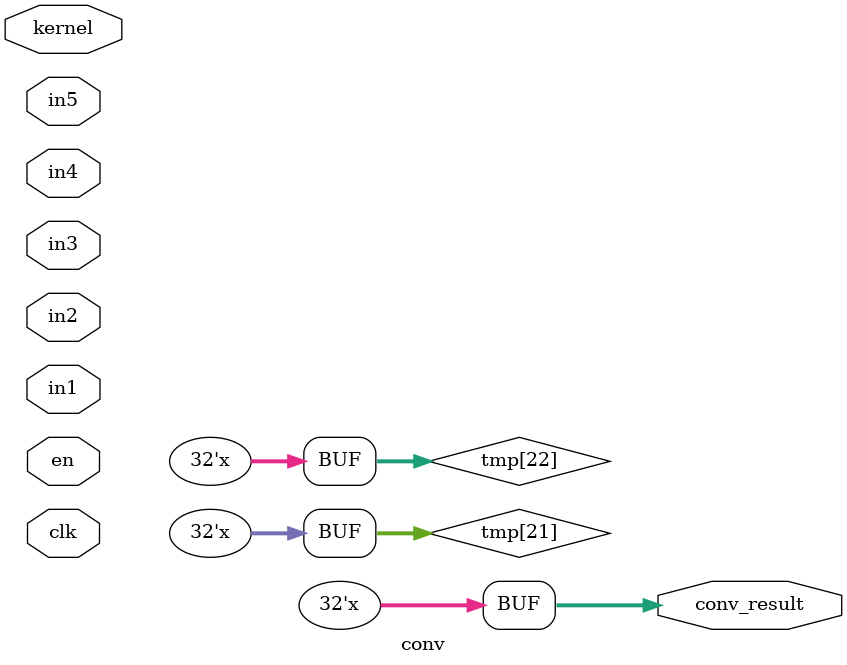
<source format=sv>
`timescale 1ns / 1ps

module conv #(parameter COL = 5, BIT_WIDTH = 8, IN_WIDTH = 8, OUT_WIDTH = 32) (
    input clk, en,
    input [0:(BIT_WIDTH*25)-1] kernel,
    input [IN_WIDTH-1:0] in1, in2, in3, in4, in5,
    output[OUT_WIDTH-1:0] conv_result
);
    
    reg [IN_WIDTH-1:0] m55[COL][COL];
    integer i;
    
    always_ff @(posedge clk)
    begin
        if(en) begin
            for(i = COL-1 ; i > 0 ; i = i-1)
            begin
                m55[0][i] <= m55[0][i-1]; 
                m55[1][i] <= m55[1][i-1]; 
                m55[2][i] <= m55[2][i-1]; 
                m55[3][i] <= m55[3][i-1];   
                m55[4][i] <= m55[4][i-1];
            end
            
            m55[0][0] <= in1;
            m55[1][0] <= in2;
            m55[2][0] <= in3;
            m55[3][0] <= in4;
            m55[4][0] <= in5;
        end
    end 
   
    reg [OUT_WIDTH-1:0] mul[0:COL*COL-1], tmp[0:22];
    genvar x,y;
    
    generate
        for(x = 0; x < COL ; x = x+1) begin
            for(y = 0 ; y < COL; y = y+1)
            begin
                assign mul[COL*x+y] = m55[x][y] * kernel[((4-y)*8 + 40*x):((4-y)*8 + 40*x+7)];
            end
        end
        
        for(x = 0; x < 12; x = x+1) assign tmp[x] = mul[2*x] + mul[2*x+1];
        
        for(x = 12; x < 18; x = x+1) assign tmp[x] = tmp[2*(x-12)] + tmp[2*(x-12)+1];
        
        for(x = 18; x < 21; x = x+1) assign tmp[x] = tmp[2*(x-18)+12] + tmp[2*(x-18)+13];
        
        assign tmp[21] = tmp[18] + tmp[19];
        assign tmp[22] = tmp[20] + mul[24];
    endgenerate
  
    assign conv_result = tmp[21] + tmp[22];
endmodule
</source>
